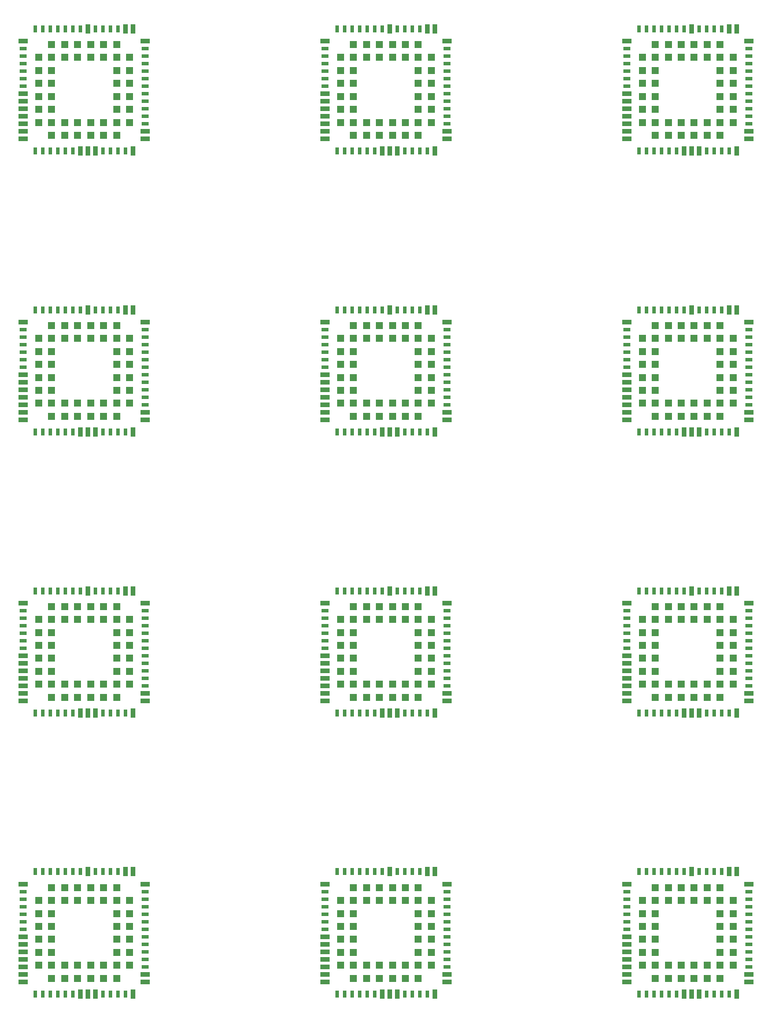
<source format=gbp>
%TF.GenerationSoftware,KiCad,Pcbnew,9.0.1*%
%TF.CreationDate,2025-04-15T12:31:11-06:00*%
%TF.ProjectId,SparkFun_GNSS_DAN-F10N_panelized,53706172-6b46-4756-9e5f-474e53535f44,rev?*%
%TF.SameCoordinates,Original*%
%TF.FileFunction,Paste,Bot*%
%TF.FilePolarity,Positive*%
%FSLAX46Y46*%
G04 Gerber Fmt 4.6, Leading zero omitted, Abs format (unit mm)*
G04 Created by KiCad (PCBNEW 9.0.1) date 2025-04-15 12:31:11*
%MOMM*%
%LPD*%
G01*
G04 APERTURE LIST*
%ADD10R,1.350000X0.720000*%
%ADD11R,1.140000X0.608000*%
%ADD12R,0.608000X1.140000*%
%ADD13R,0.720000X1.350000*%
%ADD14R,0.990000X0.990000*%
G04 APERTURE END LIST*
D10*
%TO.C,U6*%
X99746000Y136590000D03*
X99746000Y137690000D03*
X99746000Y138790000D03*
X99746000Y139890000D03*
X99746000Y140990000D03*
X99746000Y142090000D03*
X99746000Y143190000D03*
D11*
X99746000Y144290000D03*
X99746000Y145390000D03*
X99746000Y146490000D03*
X99746000Y147590000D03*
X99746000Y148690000D03*
X99746000Y149790000D03*
D10*
X99746000Y150890000D03*
D12*
X101546000Y152690000D03*
X102646000Y152690000D03*
X103746000Y152690000D03*
X104846000Y152690000D03*
X105946000Y152690000D03*
X107046000Y152690000D03*
X108146000Y152690000D03*
D13*
X109246000Y152690000D03*
D12*
X110346000Y152690000D03*
X111446000Y152690000D03*
X112546000Y152690000D03*
X113646000Y152690000D03*
D13*
X114746000Y152690000D03*
X115846000Y152690000D03*
D10*
X117646000Y150890000D03*
D11*
X117646000Y149790000D03*
X117646000Y148690000D03*
X117646000Y147590000D03*
X117646000Y146490000D03*
X117646000Y145390000D03*
X117646000Y144290000D03*
X117646000Y143190000D03*
X117646000Y142090000D03*
X117646000Y140990000D03*
X117646000Y139890000D03*
X117646000Y138790000D03*
D10*
X117646000Y137690000D03*
X117646000Y136590000D03*
D13*
X115846000Y134790000D03*
D12*
X114746000Y134790000D03*
X113646000Y134790000D03*
X112546000Y134790000D03*
X111446000Y134790000D03*
D13*
X110346000Y134790000D03*
X109246000Y134790000D03*
X108146000Y134790000D03*
D12*
X107046000Y134790000D03*
X105946000Y134790000D03*
X104846000Y134790000D03*
X103746000Y134790000D03*
X102646000Y134790000D03*
X101546000Y134790000D03*
D14*
X102046000Y148490000D03*
X102046000Y146590000D03*
X102046000Y144690000D03*
X102046000Y142790000D03*
X102046000Y140890000D03*
X102046000Y138990000D03*
X103946000Y150390000D03*
X103946000Y148490000D03*
X103946000Y146590000D03*
X103946000Y144690000D03*
X103946000Y142790000D03*
X103946000Y140890000D03*
X103946000Y138990000D03*
X103946000Y137090000D03*
X105846000Y150390000D03*
X105846000Y148490000D03*
X105846000Y138990000D03*
X105846000Y137090000D03*
X107746000Y150390000D03*
X107746000Y148490000D03*
X107746000Y138990000D03*
X107746000Y137090000D03*
X109646000Y150390000D03*
X109646000Y148490000D03*
X109646000Y138990000D03*
X109646000Y137090000D03*
X111546000Y150390000D03*
X111546000Y148490000D03*
X111546000Y138990000D03*
X111546000Y137090000D03*
X113446000Y150390000D03*
X113446000Y148490000D03*
X113446000Y146590000D03*
X113446000Y144690000D03*
X113446000Y142790000D03*
X113446000Y140890000D03*
X113446000Y138990000D03*
X113446000Y137090000D03*
X115346000Y148490000D03*
X115346000Y146590000D03*
X115346000Y144690000D03*
X115346000Y142790000D03*
X115346000Y140890000D03*
X115346000Y138990000D03*
%TD*%
D10*
%TO.C,U6*%
X99746000Y95450000D03*
X99746000Y96550000D03*
X99746000Y97650000D03*
X99746000Y98750000D03*
X99746000Y99850000D03*
X99746000Y100950000D03*
X99746000Y102050000D03*
D11*
X99746000Y103150000D03*
X99746000Y104250000D03*
X99746000Y105350000D03*
X99746000Y106450000D03*
X99746000Y107550000D03*
X99746000Y108650000D03*
D10*
X99746000Y109750000D03*
D12*
X101546000Y111550000D03*
X102646000Y111550000D03*
X103746000Y111550000D03*
X104846000Y111550000D03*
X105946000Y111550000D03*
X107046000Y111550000D03*
X108146000Y111550000D03*
D13*
X109246000Y111550000D03*
D12*
X110346000Y111550000D03*
X111446000Y111550000D03*
X112546000Y111550000D03*
X113646000Y111550000D03*
D13*
X114746000Y111550000D03*
X115846000Y111550000D03*
D10*
X117646000Y109750000D03*
D11*
X117646000Y108650000D03*
X117646000Y107550000D03*
X117646000Y106450000D03*
X117646000Y105350000D03*
X117646000Y104250000D03*
X117646000Y103150000D03*
X117646000Y102050000D03*
X117646000Y100950000D03*
X117646000Y99850000D03*
X117646000Y98750000D03*
X117646000Y97650000D03*
D10*
X117646000Y96550000D03*
X117646000Y95450000D03*
D13*
X115846000Y93650000D03*
D12*
X114746000Y93650000D03*
X113646000Y93650000D03*
X112546000Y93650000D03*
X111446000Y93650000D03*
D13*
X110346000Y93650000D03*
X109246000Y93650000D03*
X108146000Y93650000D03*
D12*
X107046000Y93650000D03*
X105946000Y93650000D03*
X104846000Y93650000D03*
X103746000Y93650000D03*
X102646000Y93650000D03*
X101546000Y93650000D03*
D14*
X102046000Y107350000D03*
X102046000Y105450000D03*
X102046000Y103550000D03*
X102046000Y101650000D03*
X102046000Y99750000D03*
X102046000Y97850000D03*
X103946000Y109250000D03*
X103946000Y107350000D03*
X103946000Y105450000D03*
X103946000Y103550000D03*
X103946000Y101650000D03*
X103946000Y99750000D03*
X103946000Y97850000D03*
X103946000Y95950000D03*
X105846000Y109250000D03*
X105846000Y107350000D03*
X105846000Y97850000D03*
X105846000Y95950000D03*
X107746000Y109250000D03*
X107746000Y107350000D03*
X107746000Y97850000D03*
X107746000Y95950000D03*
X109646000Y109250000D03*
X109646000Y107350000D03*
X109646000Y97850000D03*
X109646000Y95950000D03*
X111546000Y109250000D03*
X111546000Y107350000D03*
X111546000Y97850000D03*
X111546000Y95950000D03*
X113446000Y109250000D03*
X113446000Y107350000D03*
X113446000Y105450000D03*
X113446000Y103550000D03*
X113446000Y101650000D03*
X113446000Y99750000D03*
X113446000Y97850000D03*
X113446000Y95950000D03*
X115346000Y107350000D03*
X115346000Y105450000D03*
X115346000Y103550000D03*
X115346000Y101650000D03*
X115346000Y99750000D03*
X115346000Y97850000D03*
%TD*%
D10*
%TO.C,U6*%
X99746000Y54310000D03*
X99746000Y55410000D03*
X99746000Y56510000D03*
X99746000Y57610000D03*
X99746000Y58710000D03*
X99746000Y59810000D03*
X99746000Y60910000D03*
D11*
X99746000Y62010000D03*
X99746000Y63110000D03*
X99746000Y64210000D03*
X99746000Y65310000D03*
X99746000Y66410000D03*
X99746000Y67510000D03*
D10*
X99746000Y68610000D03*
D12*
X101546000Y70410000D03*
X102646000Y70410000D03*
X103746000Y70410000D03*
X104846000Y70410000D03*
X105946000Y70410000D03*
X107046000Y70410000D03*
X108146000Y70410000D03*
D13*
X109246000Y70410000D03*
D12*
X110346000Y70410000D03*
X111446000Y70410000D03*
X112546000Y70410000D03*
X113646000Y70410000D03*
D13*
X114746000Y70410000D03*
X115846000Y70410000D03*
D10*
X117646000Y68610000D03*
D11*
X117646000Y67510000D03*
X117646000Y66410000D03*
X117646000Y65310000D03*
X117646000Y64210000D03*
X117646000Y63110000D03*
X117646000Y62010000D03*
X117646000Y60910000D03*
X117646000Y59810000D03*
X117646000Y58710000D03*
X117646000Y57610000D03*
X117646000Y56510000D03*
D10*
X117646000Y55410000D03*
X117646000Y54310000D03*
D13*
X115846000Y52510000D03*
D12*
X114746000Y52510000D03*
X113646000Y52510000D03*
X112546000Y52510000D03*
X111446000Y52510000D03*
D13*
X110346000Y52510000D03*
X109246000Y52510000D03*
X108146000Y52510000D03*
D12*
X107046000Y52510000D03*
X105946000Y52510000D03*
X104846000Y52510000D03*
X103746000Y52510000D03*
X102646000Y52510000D03*
X101546000Y52510000D03*
D14*
X102046000Y66210000D03*
X102046000Y64310000D03*
X102046000Y62410000D03*
X102046000Y60510000D03*
X102046000Y58610000D03*
X102046000Y56710000D03*
X103946000Y68110000D03*
X103946000Y66210000D03*
X103946000Y64310000D03*
X103946000Y62410000D03*
X103946000Y60510000D03*
X103946000Y58610000D03*
X103946000Y56710000D03*
X103946000Y54810000D03*
X105846000Y68110000D03*
X105846000Y66210000D03*
X105846000Y56710000D03*
X105846000Y54810000D03*
X107746000Y68110000D03*
X107746000Y66210000D03*
X107746000Y56710000D03*
X107746000Y54810000D03*
X109646000Y68110000D03*
X109646000Y66210000D03*
X109646000Y56710000D03*
X109646000Y54810000D03*
X111546000Y68110000D03*
X111546000Y66210000D03*
X111546000Y56710000D03*
X111546000Y54810000D03*
X113446000Y68110000D03*
X113446000Y66210000D03*
X113446000Y64310000D03*
X113446000Y62410000D03*
X113446000Y60510000D03*
X113446000Y58610000D03*
X113446000Y56710000D03*
X113446000Y54810000D03*
X115346000Y66210000D03*
X115346000Y64310000D03*
X115346000Y62410000D03*
X115346000Y60510000D03*
X115346000Y58610000D03*
X115346000Y56710000D03*
%TD*%
D10*
%TO.C,U6*%
X99746000Y13170000D03*
X99746000Y14270000D03*
X99746000Y15370000D03*
X99746000Y16470000D03*
X99746000Y17570000D03*
X99746000Y18670000D03*
X99746000Y19770000D03*
D11*
X99746000Y20870000D03*
X99746000Y21970000D03*
X99746000Y23070000D03*
X99746000Y24170000D03*
X99746000Y25270000D03*
X99746000Y26370000D03*
D10*
X99746000Y27470000D03*
D12*
X101546000Y29270000D03*
X102646000Y29270000D03*
X103746000Y29270000D03*
X104846000Y29270000D03*
X105946000Y29270000D03*
X107046000Y29270000D03*
X108146000Y29270000D03*
D13*
X109246000Y29270000D03*
D12*
X110346000Y29270000D03*
X111446000Y29270000D03*
X112546000Y29270000D03*
X113646000Y29270000D03*
D13*
X114746000Y29270000D03*
X115846000Y29270000D03*
D10*
X117646000Y27470000D03*
D11*
X117646000Y26370000D03*
X117646000Y25270000D03*
X117646000Y24170000D03*
X117646000Y23070000D03*
X117646000Y21970000D03*
X117646000Y20870000D03*
X117646000Y19770000D03*
X117646000Y18670000D03*
X117646000Y17570000D03*
X117646000Y16470000D03*
X117646000Y15370000D03*
D10*
X117646000Y14270000D03*
X117646000Y13170000D03*
D13*
X115846000Y11370000D03*
D12*
X114746000Y11370000D03*
X113646000Y11370000D03*
X112546000Y11370000D03*
X111446000Y11370000D03*
D13*
X110346000Y11370000D03*
X109246000Y11370000D03*
X108146000Y11370000D03*
D12*
X107046000Y11370000D03*
X105946000Y11370000D03*
X104846000Y11370000D03*
X103746000Y11370000D03*
X102646000Y11370000D03*
X101546000Y11370000D03*
D14*
X102046000Y25070000D03*
X102046000Y23170000D03*
X102046000Y21270000D03*
X102046000Y19370000D03*
X102046000Y17470000D03*
X102046000Y15570000D03*
X103946000Y26970000D03*
X103946000Y25070000D03*
X103946000Y23170000D03*
X103946000Y21270000D03*
X103946000Y19370000D03*
X103946000Y17470000D03*
X103946000Y15570000D03*
X103946000Y13670000D03*
X105846000Y26970000D03*
X105846000Y25070000D03*
X105846000Y15570000D03*
X105846000Y13670000D03*
X107746000Y26970000D03*
X107746000Y25070000D03*
X107746000Y15570000D03*
X107746000Y13670000D03*
X109646000Y26970000D03*
X109646000Y25070000D03*
X109646000Y15570000D03*
X109646000Y13670000D03*
X111546000Y26970000D03*
X111546000Y25070000D03*
X111546000Y15570000D03*
X111546000Y13670000D03*
X113446000Y26970000D03*
X113446000Y25070000D03*
X113446000Y23170000D03*
X113446000Y21270000D03*
X113446000Y19370000D03*
X113446000Y17470000D03*
X113446000Y15570000D03*
X113446000Y13670000D03*
X115346000Y25070000D03*
X115346000Y23170000D03*
X115346000Y21270000D03*
X115346000Y19370000D03*
X115346000Y17470000D03*
X115346000Y15570000D03*
%TD*%
D10*
%TO.C,U6*%
X55558000Y136590000D03*
X55558000Y137690000D03*
X55558000Y138790000D03*
X55558000Y139890000D03*
X55558000Y140990000D03*
X55558000Y142090000D03*
X55558000Y143190000D03*
D11*
X55558000Y144290000D03*
X55558000Y145390000D03*
X55558000Y146490000D03*
X55558000Y147590000D03*
X55558000Y148690000D03*
X55558000Y149790000D03*
D10*
X55558000Y150890000D03*
D12*
X57358000Y152690000D03*
X58458000Y152690000D03*
X59558000Y152690000D03*
X60658000Y152690000D03*
X61758000Y152690000D03*
X62858000Y152690000D03*
X63958000Y152690000D03*
D13*
X65058000Y152690000D03*
D12*
X66158000Y152690000D03*
X67258000Y152690000D03*
X68358000Y152690000D03*
X69458000Y152690000D03*
D13*
X70558000Y152690000D03*
X71658000Y152690000D03*
D10*
X73458000Y150890000D03*
D11*
X73458000Y149790000D03*
X73458000Y148690000D03*
X73458000Y147590000D03*
X73458000Y146490000D03*
X73458000Y145390000D03*
X73458000Y144290000D03*
X73458000Y143190000D03*
X73458000Y142090000D03*
X73458000Y140990000D03*
X73458000Y139890000D03*
X73458000Y138790000D03*
D10*
X73458000Y137690000D03*
X73458000Y136590000D03*
D13*
X71658000Y134790000D03*
D12*
X70558000Y134790000D03*
X69458000Y134790000D03*
X68358000Y134790000D03*
X67258000Y134790000D03*
D13*
X66158000Y134790000D03*
X65058000Y134790000D03*
X63958000Y134790000D03*
D12*
X62858000Y134790000D03*
X61758000Y134790000D03*
X60658000Y134790000D03*
X59558000Y134790000D03*
X58458000Y134790000D03*
X57358000Y134790000D03*
D14*
X57858000Y148490000D03*
X57858000Y146590000D03*
X57858000Y144690000D03*
X57858000Y142790000D03*
X57858000Y140890000D03*
X57858000Y138990000D03*
X59758000Y150390000D03*
X59758000Y148490000D03*
X59758000Y146590000D03*
X59758000Y144690000D03*
X59758000Y142790000D03*
X59758000Y140890000D03*
X59758000Y138990000D03*
X59758000Y137090000D03*
X61658000Y150390000D03*
X61658000Y148490000D03*
X61658000Y138990000D03*
X61658000Y137090000D03*
X63558000Y150390000D03*
X63558000Y148490000D03*
X63558000Y138990000D03*
X63558000Y137090000D03*
X65458000Y150390000D03*
X65458000Y148490000D03*
X65458000Y138990000D03*
X65458000Y137090000D03*
X67358000Y150390000D03*
X67358000Y148490000D03*
X67358000Y138990000D03*
X67358000Y137090000D03*
X69258000Y150390000D03*
X69258000Y148490000D03*
X69258000Y146590000D03*
X69258000Y144690000D03*
X69258000Y142790000D03*
X69258000Y140890000D03*
X69258000Y138990000D03*
X69258000Y137090000D03*
X71158000Y148490000D03*
X71158000Y146590000D03*
X71158000Y144690000D03*
X71158000Y142790000D03*
X71158000Y140890000D03*
X71158000Y138990000D03*
%TD*%
D10*
%TO.C,U6*%
X55558000Y95450000D03*
X55558000Y96550000D03*
X55558000Y97650000D03*
X55558000Y98750000D03*
X55558000Y99850000D03*
X55558000Y100950000D03*
X55558000Y102050000D03*
D11*
X55558000Y103150000D03*
X55558000Y104250000D03*
X55558000Y105350000D03*
X55558000Y106450000D03*
X55558000Y107550000D03*
X55558000Y108650000D03*
D10*
X55558000Y109750000D03*
D12*
X57358000Y111550000D03*
X58458000Y111550000D03*
X59558000Y111550000D03*
X60658000Y111550000D03*
X61758000Y111550000D03*
X62858000Y111550000D03*
X63958000Y111550000D03*
D13*
X65058000Y111550000D03*
D12*
X66158000Y111550000D03*
X67258000Y111550000D03*
X68358000Y111550000D03*
X69458000Y111550000D03*
D13*
X70558000Y111550000D03*
X71658000Y111550000D03*
D10*
X73458000Y109750000D03*
D11*
X73458000Y108650000D03*
X73458000Y107550000D03*
X73458000Y106450000D03*
X73458000Y105350000D03*
X73458000Y104250000D03*
X73458000Y103150000D03*
X73458000Y102050000D03*
X73458000Y100950000D03*
X73458000Y99850000D03*
X73458000Y98750000D03*
X73458000Y97650000D03*
D10*
X73458000Y96550000D03*
X73458000Y95450000D03*
D13*
X71658000Y93650000D03*
D12*
X70558000Y93650000D03*
X69458000Y93650000D03*
X68358000Y93650000D03*
X67258000Y93650000D03*
D13*
X66158000Y93650000D03*
X65058000Y93650000D03*
X63958000Y93650000D03*
D12*
X62858000Y93650000D03*
X61758000Y93650000D03*
X60658000Y93650000D03*
X59558000Y93650000D03*
X58458000Y93650000D03*
X57358000Y93650000D03*
D14*
X57858000Y107350000D03*
X57858000Y105450000D03*
X57858000Y103550000D03*
X57858000Y101650000D03*
X57858000Y99750000D03*
X57858000Y97850000D03*
X59758000Y109250000D03*
X59758000Y107350000D03*
X59758000Y105450000D03*
X59758000Y103550000D03*
X59758000Y101650000D03*
X59758000Y99750000D03*
X59758000Y97850000D03*
X59758000Y95950000D03*
X61658000Y109250000D03*
X61658000Y107350000D03*
X61658000Y97850000D03*
X61658000Y95950000D03*
X63558000Y109250000D03*
X63558000Y107350000D03*
X63558000Y97850000D03*
X63558000Y95950000D03*
X65458000Y109250000D03*
X65458000Y107350000D03*
X65458000Y97850000D03*
X65458000Y95950000D03*
X67358000Y109250000D03*
X67358000Y107350000D03*
X67358000Y97850000D03*
X67358000Y95950000D03*
X69258000Y109250000D03*
X69258000Y107350000D03*
X69258000Y105450000D03*
X69258000Y103550000D03*
X69258000Y101650000D03*
X69258000Y99750000D03*
X69258000Y97850000D03*
X69258000Y95950000D03*
X71158000Y107350000D03*
X71158000Y105450000D03*
X71158000Y103550000D03*
X71158000Y101650000D03*
X71158000Y99750000D03*
X71158000Y97850000D03*
%TD*%
D10*
%TO.C,U6*%
X55558000Y54310000D03*
X55558000Y55410000D03*
X55558000Y56510000D03*
X55558000Y57610000D03*
X55558000Y58710000D03*
X55558000Y59810000D03*
X55558000Y60910000D03*
D11*
X55558000Y62010000D03*
X55558000Y63110000D03*
X55558000Y64210000D03*
X55558000Y65310000D03*
X55558000Y66410000D03*
X55558000Y67510000D03*
D10*
X55558000Y68610000D03*
D12*
X57358000Y70410000D03*
X58458000Y70410000D03*
X59558000Y70410000D03*
X60658000Y70410000D03*
X61758000Y70410000D03*
X62858000Y70410000D03*
X63958000Y70410000D03*
D13*
X65058000Y70410000D03*
D12*
X66158000Y70410000D03*
X67258000Y70410000D03*
X68358000Y70410000D03*
X69458000Y70410000D03*
D13*
X70558000Y70410000D03*
X71658000Y70410000D03*
D10*
X73458000Y68610000D03*
D11*
X73458000Y67510000D03*
X73458000Y66410000D03*
X73458000Y65310000D03*
X73458000Y64210000D03*
X73458000Y63110000D03*
X73458000Y62010000D03*
X73458000Y60910000D03*
X73458000Y59810000D03*
X73458000Y58710000D03*
X73458000Y57610000D03*
X73458000Y56510000D03*
D10*
X73458000Y55410000D03*
X73458000Y54310000D03*
D13*
X71658000Y52510000D03*
D12*
X70558000Y52510000D03*
X69458000Y52510000D03*
X68358000Y52510000D03*
X67258000Y52510000D03*
D13*
X66158000Y52510000D03*
X65058000Y52510000D03*
X63958000Y52510000D03*
D12*
X62858000Y52510000D03*
X61758000Y52510000D03*
X60658000Y52510000D03*
X59558000Y52510000D03*
X58458000Y52510000D03*
X57358000Y52510000D03*
D14*
X57858000Y66210000D03*
X57858000Y64310000D03*
X57858000Y62410000D03*
X57858000Y60510000D03*
X57858000Y58610000D03*
X57858000Y56710000D03*
X59758000Y68110000D03*
X59758000Y66210000D03*
X59758000Y64310000D03*
X59758000Y62410000D03*
X59758000Y60510000D03*
X59758000Y58610000D03*
X59758000Y56710000D03*
X59758000Y54810000D03*
X61658000Y68110000D03*
X61658000Y66210000D03*
X61658000Y56710000D03*
X61658000Y54810000D03*
X63558000Y68110000D03*
X63558000Y66210000D03*
X63558000Y56710000D03*
X63558000Y54810000D03*
X65458000Y68110000D03*
X65458000Y66210000D03*
X65458000Y56710000D03*
X65458000Y54810000D03*
X67358000Y68110000D03*
X67358000Y66210000D03*
X67358000Y56710000D03*
X67358000Y54810000D03*
X69258000Y68110000D03*
X69258000Y66210000D03*
X69258000Y64310000D03*
X69258000Y62410000D03*
X69258000Y60510000D03*
X69258000Y58610000D03*
X69258000Y56710000D03*
X69258000Y54810000D03*
X71158000Y66210000D03*
X71158000Y64310000D03*
X71158000Y62410000D03*
X71158000Y60510000D03*
X71158000Y58610000D03*
X71158000Y56710000D03*
%TD*%
D10*
%TO.C,U6*%
X55558000Y13170000D03*
X55558000Y14270000D03*
X55558000Y15370000D03*
X55558000Y16470000D03*
X55558000Y17570000D03*
X55558000Y18670000D03*
X55558000Y19770000D03*
D11*
X55558000Y20870000D03*
X55558000Y21970000D03*
X55558000Y23070000D03*
X55558000Y24170000D03*
X55558000Y25270000D03*
X55558000Y26370000D03*
D10*
X55558000Y27470000D03*
D12*
X57358000Y29270000D03*
X58458000Y29270000D03*
X59558000Y29270000D03*
X60658000Y29270000D03*
X61758000Y29270000D03*
X62858000Y29270000D03*
X63958000Y29270000D03*
D13*
X65058000Y29270000D03*
D12*
X66158000Y29270000D03*
X67258000Y29270000D03*
X68358000Y29270000D03*
X69458000Y29270000D03*
D13*
X70558000Y29270000D03*
X71658000Y29270000D03*
D10*
X73458000Y27470000D03*
D11*
X73458000Y26370000D03*
X73458000Y25270000D03*
X73458000Y24170000D03*
X73458000Y23070000D03*
X73458000Y21970000D03*
X73458000Y20870000D03*
X73458000Y19770000D03*
X73458000Y18670000D03*
X73458000Y17570000D03*
X73458000Y16470000D03*
X73458000Y15370000D03*
D10*
X73458000Y14270000D03*
X73458000Y13170000D03*
D13*
X71658000Y11370000D03*
D12*
X70558000Y11370000D03*
X69458000Y11370000D03*
X68358000Y11370000D03*
X67258000Y11370000D03*
D13*
X66158000Y11370000D03*
X65058000Y11370000D03*
X63958000Y11370000D03*
D12*
X62858000Y11370000D03*
X61758000Y11370000D03*
X60658000Y11370000D03*
X59558000Y11370000D03*
X58458000Y11370000D03*
X57358000Y11370000D03*
D14*
X57858000Y25070000D03*
X57858000Y23170000D03*
X57858000Y21270000D03*
X57858000Y19370000D03*
X57858000Y17470000D03*
X57858000Y15570000D03*
X59758000Y26970000D03*
X59758000Y25070000D03*
X59758000Y23170000D03*
X59758000Y21270000D03*
X59758000Y19370000D03*
X59758000Y17470000D03*
X59758000Y15570000D03*
X59758000Y13670000D03*
X61658000Y26970000D03*
X61658000Y25070000D03*
X61658000Y15570000D03*
X61658000Y13670000D03*
X63558000Y26970000D03*
X63558000Y25070000D03*
X63558000Y15570000D03*
X63558000Y13670000D03*
X65458000Y26970000D03*
X65458000Y25070000D03*
X65458000Y15570000D03*
X65458000Y13670000D03*
X67358000Y26970000D03*
X67358000Y25070000D03*
X67358000Y15570000D03*
X67358000Y13670000D03*
X69258000Y26970000D03*
X69258000Y25070000D03*
X69258000Y23170000D03*
X69258000Y21270000D03*
X69258000Y19370000D03*
X69258000Y17470000D03*
X69258000Y15570000D03*
X69258000Y13670000D03*
X71158000Y25070000D03*
X71158000Y23170000D03*
X71158000Y21270000D03*
X71158000Y19370000D03*
X71158000Y17470000D03*
X71158000Y15570000D03*
%TD*%
D10*
%TO.C,U6*%
X11370000Y136590000D03*
X11370000Y137690000D03*
X11370000Y138790000D03*
X11370000Y139890000D03*
X11370000Y140990000D03*
X11370000Y142090000D03*
X11370000Y143190000D03*
D11*
X11370000Y144290000D03*
X11370000Y145390000D03*
X11370000Y146490000D03*
X11370000Y147590000D03*
X11370000Y148690000D03*
X11370000Y149790000D03*
D10*
X11370000Y150890000D03*
D12*
X13170000Y152690000D03*
X14270000Y152690000D03*
X15370000Y152690000D03*
X16470000Y152690000D03*
X17570000Y152690000D03*
X18670000Y152690000D03*
X19770000Y152690000D03*
D13*
X20870000Y152690000D03*
D12*
X21970000Y152690000D03*
X23070000Y152690000D03*
X24170000Y152690000D03*
X25270000Y152690000D03*
D13*
X26370000Y152690000D03*
X27470000Y152690000D03*
D10*
X29270000Y150890000D03*
D11*
X29270000Y149790000D03*
X29270000Y148690000D03*
X29270000Y147590000D03*
X29270000Y146490000D03*
X29270000Y145390000D03*
X29270000Y144290000D03*
X29270000Y143190000D03*
X29270000Y142090000D03*
X29270000Y140990000D03*
X29270000Y139890000D03*
X29270000Y138790000D03*
D10*
X29270000Y137690000D03*
X29270000Y136590000D03*
D13*
X27470000Y134790000D03*
D12*
X26370000Y134790000D03*
X25270000Y134790000D03*
X24170000Y134790000D03*
X23070000Y134790000D03*
D13*
X21970000Y134790000D03*
X20870000Y134790000D03*
X19770000Y134790000D03*
D12*
X18670000Y134790000D03*
X17570000Y134790000D03*
X16470000Y134790000D03*
X15370000Y134790000D03*
X14270000Y134790000D03*
X13170000Y134790000D03*
D14*
X13670000Y148490000D03*
X13670000Y146590000D03*
X13670000Y144690000D03*
X13670000Y142790000D03*
X13670000Y140890000D03*
X13670000Y138990000D03*
X15570000Y150390000D03*
X15570000Y148490000D03*
X15570000Y146590000D03*
X15570000Y144690000D03*
X15570000Y142790000D03*
X15570000Y140890000D03*
X15570000Y138990000D03*
X15570000Y137090000D03*
X17470000Y150390000D03*
X17470000Y148490000D03*
X17470000Y138990000D03*
X17470000Y137090000D03*
X19370000Y150390000D03*
X19370000Y148490000D03*
X19370000Y138990000D03*
X19370000Y137090000D03*
X21270000Y150390000D03*
X21270000Y148490000D03*
X21270000Y138990000D03*
X21270000Y137090000D03*
X23170000Y150390000D03*
X23170000Y148490000D03*
X23170000Y138990000D03*
X23170000Y137090000D03*
X25070000Y150390000D03*
X25070000Y148490000D03*
X25070000Y146590000D03*
X25070000Y144690000D03*
X25070000Y142790000D03*
X25070000Y140890000D03*
X25070000Y138990000D03*
X25070000Y137090000D03*
X26970000Y148490000D03*
X26970000Y146590000D03*
X26970000Y144690000D03*
X26970000Y142790000D03*
X26970000Y140890000D03*
X26970000Y138990000D03*
%TD*%
D10*
%TO.C,U6*%
X11370000Y95450000D03*
X11370000Y96550000D03*
X11370000Y97650000D03*
X11370000Y98750000D03*
X11370000Y99850000D03*
X11370000Y100950000D03*
X11370000Y102050000D03*
D11*
X11370000Y103150000D03*
X11370000Y104250000D03*
X11370000Y105350000D03*
X11370000Y106450000D03*
X11370000Y107550000D03*
X11370000Y108650000D03*
D10*
X11370000Y109750000D03*
D12*
X13170000Y111550000D03*
X14270000Y111550000D03*
X15370000Y111550000D03*
X16470000Y111550000D03*
X17570000Y111550000D03*
X18670000Y111550000D03*
X19770000Y111550000D03*
D13*
X20870000Y111550000D03*
D12*
X21970000Y111550000D03*
X23070000Y111550000D03*
X24170000Y111550000D03*
X25270000Y111550000D03*
D13*
X26370000Y111550000D03*
X27470000Y111550000D03*
D10*
X29270000Y109750000D03*
D11*
X29270000Y108650000D03*
X29270000Y107550000D03*
X29270000Y106450000D03*
X29270000Y105350000D03*
X29270000Y104250000D03*
X29270000Y103150000D03*
X29270000Y102050000D03*
X29270000Y100950000D03*
X29270000Y99850000D03*
X29270000Y98750000D03*
X29270000Y97650000D03*
D10*
X29270000Y96550000D03*
X29270000Y95450000D03*
D13*
X27470000Y93650000D03*
D12*
X26370000Y93650000D03*
X25270000Y93650000D03*
X24170000Y93650000D03*
X23070000Y93650000D03*
D13*
X21970000Y93650000D03*
X20870000Y93650000D03*
X19770000Y93650000D03*
D12*
X18670000Y93650000D03*
X17570000Y93650000D03*
X16470000Y93650000D03*
X15370000Y93650000D03*
X14270000Y93650000D03*
X13170000Y93650000D03*
D14*
X13670000Y107350000D03*
X13670000Y105450000D03*
X13670000Y103550000D03*
X13670000Y101650000D03*
X13670000Y99750000D03*
X13670000Y97850000D03*
X15570000Y109250000D03*
X15570000Y107350000D03*
X15570000Y105450000D03*
X15570000Y103550000D03*
X15570000Y101650000D03*
X15570000Y99750000D03*
X15570000Y97850000D03*
X15570000Y95950000D03*
X17470000Y109250000D03*
X17470000Y107350000D03*
X17470000Y97850000D03*
X17470000Y95950000D03*
X19370000Y109250000D03*
X19370000Y107350000D03*
X19370000Y97850000D03*
X19370000Y95950000D03*
X21270000Y109250000D03*
X21270000Y107350000D03*
X21270000Y97850000D03*
X21270000Y95950000D03*
X23170000Y109250000D03*
X23170000Y107350000D03*
X23170000Y97850000D03*
X23170000Y95950000D03*
X25070000Y109250000D03*
X25070000Y107350000D03*
X25070000Y105450000D03*
X25070000Y103550000D03*
X25070000Y101650000D03*
X25070000Y99750000D03*
X25070000Y97850000D03*
X25070000Y95950000D03*
X26970000Y107350000D03*
X26970000Y105450000D03*
X26970000Y103550000D03*
X26970000Y101650000D03*
X26970000Y99750000D03*
X26970000Y97850000D03*
%TD*%
D10*
%TO.C,U6*%
X11370000Y54310000D03*
X11370000Y55410000D03*
X11370000Y56510000D03*
X11370000Y57610000D03*
X11370000Y58710000D03*
X11370000Y59810000D03*
X11370000Y60910000D03*
D11*
X11370000Y62010000D03*
X11370000Y63110000D03*
X11370000Y64210000D03*
X11370000Y65310000D03*
X11370000Y66410000D03*
X11370000Y67510000D03*
D10*
X11370000Y68610000D03*
D12*
X13170000Y70410000D03*
X14270000Y70410000D03*
X15370000Y70410000D03*
X16470000Y70410000D03*
X17570000Y70410000D03*
X18670000Y70410000D03*
X19770000Y70410000D03*
D13*
X20870000Y70410000D03*
D12*
X21970000Y70410000D03*
X23070000Y70410000D03*
X24170000Y70410000D03*
X25270000Y70410000D03*
D13*
X26370000Y70410000D03*
X27470000Y70410000D03*
D10*
X29270000Y68610000D03*
D11*
X29270000Y67510000D03*
X29270000Y66410000D03*
X29270000Y65310000D03*
X29270000Y64210000D03*
X29270000Y63110000D03*
X29270000Y62010000D03*
X29270000Y60910000D03*
X29270000Y59810000D03*
X29270000Y58710000D03*
X29270000Y57610000D03*
X29270000Y56510000D03*
D10*
X29270000Y55410000D03*
X29270000Y54310000D03*
D13*
X27470000Y52510000D03*
D12*
X26370000Y52510000D03*
X25270000Y52510000D03*
X24170000Y52510000D03*
X23070000Y52510000D03*
D13*
X21970000Y52510000D03*
X20870000Y52510000D03*
X19770000Y52510000D03*
D12*
X18670000Y52510000D03*
X17570000Y52510000D03*
X16470000Y52510000D03*
X15370000Y52510000D03*
X14270000Y52510000D03*
X13170000Y52510000D03*
D14*
X13670000Y66210000D03*
X13670000Y64310000D03*
X13670000Y62410000D03*
X13670000Y60510000D03*
X13670000Y58610000D03*
X13670000Y56710000D03*
X15570000Y68110000D03*
X15570000Y66210000D03*
X15570000Y64310000D03*
X15570000Y62410000D03*
X15570000Y60510000D03*
X15570000Y58610000D03*
X15570000Y56710000D03*
X15570000Y54810000D03*
X17470000Y68110000D03*
X17470000Y66210000D03*
X17470000Y56710000D03*
X17470000Y54810000D03*
X19370000Y68110000D03*
X19370000Y66210000D03*
X19370000Y56710000D03*
X19370000Y54810000D03*
X21270000Y68110000D03*
X21270000Y66210000D03*
X21270000Y56710000D03*
X21270000Y54810000D03*
X23170000Y68110000D03*
X23170000Y66210000D03*
X23170000Y56710000D03*
X23170000Y54810000D03*
X25070000Y68110000D03*
X25070000Y66210000D03*
X25070000Y64310000D03*
X25070000Y62410000D03*
X25070000Y60510000D03*
X25070000Y58610000D03*
X25070000Y56710000D03*
X25070000Y54810000D03*
X26970000Y66210000D03*
X26970000Y64310000D03*
X26970000Y62410000D03*
X26970000Y60510000D03*
X26970000Y58610000D03*
X26970000Y56710000D03*
%TD*%
D10*
%TO.C,U6*%
X11370000Y13170000D03*
X11370000Y14270000D03*
X11370000Y15370000D03*
X11370000Y16470000D03*
X11370000Y17570000D03*
X11370000Y18670000D03*
X11370000Y19770000D03*
D11*
X11370000Y20870000D03*
X11370000Y21970000D03*
X11370000Y23070000D03*
X11370000Y24170000D03*
X11370000Y25270000D03*
X11370000Y26370000D03*
D10*
X11370000Y27470000D03*
D12*
X13170000Y29270000D03*
X14270000Y29270000D03*
X15370000Y29270000D03*
X16470000Y29270000D03*
X17570000Y29270000D03*
X18670000Y29270000D03*
X19770000Y29270000D03*
D13*
X20870000Y29270000D03*
D12*
X21970000Y29270000D03*
X23070000Y29270000D03*
X24170000Y29270000D03*
X25270000Y29270000D03*
D13*
X26370000Y29270000D03*
X27470000Y29270000D03*
D10*
X29270000Y27470000D03*
D11*
X29270000Y26370000D03*
X29270000Y25270000D03*
X29270000Y24170000D03*
X29270000Y23070000D03*
X29270000Y21970000D03*
X29270000Y20870000D03*
X29270000Y19770000D03*
X29270000Y18670000D03*
X29270000Y17570000D03*
X29270000Y16470000D03*
X29270000Y15370000D03*
D10*
X29270000Y14270000D03*
X29270000Y13170000D03*
D13*
X27470000Y11370000D03*
D12*
X26370000Y11370000D03*
X25270000Y11370000D03*
X24170000Y11370000D03*
X23070000Y11370000D03*
D13*
X21970000Y11370000D03*
X20870000Y11370000D03*
X19770000Y11370000D03*
D12*
X18670000Y11370000D03*
X17570000Y11370000D03*
X16470000Y11370000D03*
X15370000Y11370000D03*
X14270000Y11370000D03*
X13170000Y11370000D03*
D14*
X13670000Y25070000D03*
X13670000Y23170000D03*
X13670000Y21270000D03*
X13670000Y19370000D03*
X13670000Y17470000D03*
X13670000Y15570000D03*
X15570000Y26970000D03*
X15570000Y25070000D03*
X15570000Y23170000D03*
X15570000Y21270000D03*
X15570000Y19370000D03*
X15570000Y17470000D03*
X15570000Y15570000D03*
X15570000Y13670000D03*
X17470000Y26970000D03*
X17470000Y25070000D03*
X17470000Y15570000D03*
X17470000Y13670000D03*
X19370000Y26970000D03*
X19370000Y25070000D03*
X19370000Y15570000D03*
X19370000Y13670000D03*
X21270000Y26970000D03*
X21270000Y25070000D03*
X21270000Y15570000D03*
X21270000Y13670000D03*
X23170000Y26970000D03*
X23170000Y25070000D03*
X23170000Y15570000D03*
X23170000Y13670000D03*
X25070000Y26970000D03*
X25070000Y25070000D03*
X25070000Y23170000D03*
X25070000Y21270000D03*
X25070000Y19370000D03*
X25070000Y17470000D03*
X25070000Y15570000D03*
X25070000Y13670000D03*
X26970000Y25070000D03*
X26970000Y23170000D03*
X26970000Y21270000D03*
X26970000Y19370000D03*
X26970000Y17470000D03*
X26970000Y15570000D03*
%TD*%
M02*

</source>
